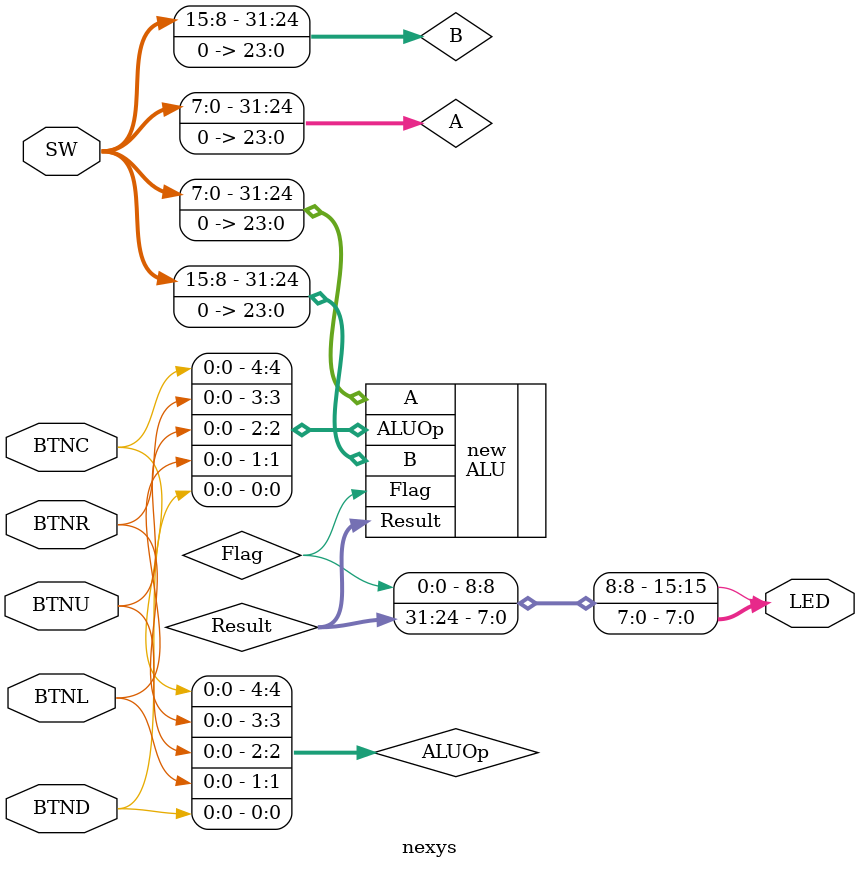
<source format=v>
`timescale 1ns / 1ps


module nexys(
    input BTNL, BTNR, BTND, BTNU, BTNC,
    input [15:0] SW,
    output [15:0] LED
    );
    
    wire [4:0] ALUOp;
    assign ALUOp[0] = BTND;
    assign ALUOp[1] = BTNL;
    assign ALUOp[2] = BTNU;
    assign ALUOp[3] = BTNR;
    assign ALUOp[4] = BTNC;
    
    wire [31:0] A, B;
    reg [31:0] Result;
    reg Flag;
    genvar i;
    for(i = 0; i < 32; i = i+1) begin
        if(i < 24) begin
            assign A[i]=0;
            assign B[i]=0;
        end
        else begin
            assign A[i] = SW[i-24];
            assign B[i] = SW[i-16];
        end
    end
    
    generate 
        ALU new(
        .A(A),
        .B(B),
        .ALUOp(ALUOp),
        .Result(Result),
        .Flag(Flag)
        );
    endgenerate
    
    for(i = 0; i < 8; i = i+1) begin
        assign LED[i] = Result[i+24];
    end
    assign LED[15] = Flag;
endmodule

</source>
